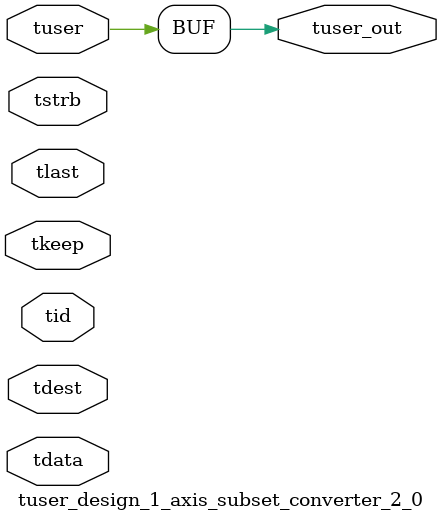
<source format=v>


`timescale 1ps/1ps

module tuser_design_1_axis_subset_converter_2_0 #
(
parameter C_S_AXIS_TUSER_WIDTH = 1,
parameter C_S_AXIS_TDATA_WIDTH = 32,
parameter C_S_AXIS_TID_WIDTH   = 0,
parameter C_S_AXIS_TDEST_WIDTH = 0,
parameter C_M_AXIS_TUSER_WIDTH = 1
)
(
input  [(C_S_AXIS_TUSER_WIDTH == 0 ? 1 : C_S_AXIS_TUSER_WIDTH)-1:0     ] tuser,
input  [(C_S_AXIS_TDATA_WIDTH == 0 ? 1 : C_S_AXIS_TDATA_WIDTH)-1:0     ] tdata,
input  [(C_S_AXIS_TID_WIDTH   == 0 ? 1 : C_S_AXIS_TID_WIDTH)-1:0       ] tid,
input  [(C_S_AXIS_TDEST_WIDTH == 0 ? 1 : C_S_AXIS_TDEST_WIDTH)-1:0     ] tdest,
input  [(C_S_AXIS_TDATA_WIDTH/8)-1:0 ] tkeep,
input  [(C_S_AXIS_TDATA_WIDTH/8)-1:0 ] tstrb,
input                                                                    tlast,
output [C_M_AXIS_TUSER_WIDTH-1:0] tuser_out
);

assign tuser_out = {tuser[0:0]};

endmodule


</source>
